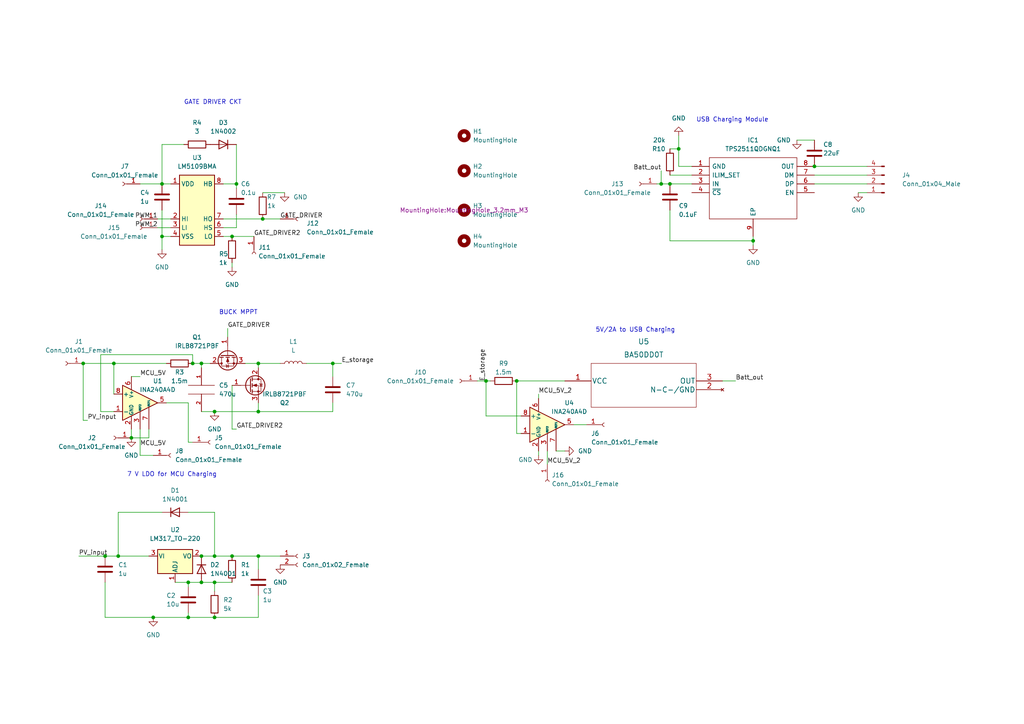
<source format=kicad_sch>
(kicad_sch (version 20211123) (generator eeschema)
  (paper "A4")
  (lib_symbols
    (symbol "Amplifier_Current:INA240A4D" (pin_names (offset 0.127))
      (property "Reference" "U" (at 3.81 3.81 0))
      (property "Value" "INA240A4D" (at 3.81 -2.54 0))
      (symbol "INA240A4D_0_1"
        (polyline (pts (xy 5.08 0) (xy -5.08 5.08) (xy -5.08 -5.08) (xy 5.08 0)) (stroke (width 0.254)) (fill (type background)))
      )
      (symbol "INA240A4D_1_1"
        (pin input line (at -7.62 -2.54 0) (length 2.54) (name "-") (number "1"))
        (pin power_in line (at -2.54 -7.62 90) (length 3.81) (name "GND") (number "2"))
        (pin passive line (at 0 -7.62 90) (length 5.08) (name "REF2") (number "3"))
        (pin passive line (at -2.54 -7.62 90) (length 3.81) hide (name "GND") (number "4"))
        (pin output line (at 7.62 0 180) (length 2.54) (name "~") (number "5"))
        (pin power_in line (at -2.54 7.62 270) (length 3.81) (name "V+") (number "6"))
        (pin passive line (at 2.54 -7.62 90) (length 6.35) (name "REF1") (number "7"))
        (pin input line (at -7.62 2.54 0) (length 2.54) (name "+") (number "8"))
      )
    )
    (symbol "BA50DD0T-ND:BA50DD0T" (pin_names (offset 0.254))
      (property "Reference" "U" (at 22.86 10.16 0))
      (property "Value" "BA50DD0T" (at 22.86 7.62 0))
      (symbol "BA50DD0T_1_1"
        (polyline (pts (xy 7.62 -7.62) (xy 38.1 -7.62)) (stroke (width 0.127)))
        (polyline (pts (xy 7.62 5.08) (xy 7.62 -7.62)) (stroke (width 0.127)))
        (polyline (pts (xy 38.1 -7.62) (xy 38.1 5.08)) (stroke (width 0.127)))
        (polyline (pts (xy 38.1 5.08) (xy 7.62 5.08)) (stroke (width 0.127)))
        (pin power_in line (at 0 0 0) (length 7.62) (name "VCC") (number "1"))
        (pin no_connect line (at 45.72 -2.54 180) (length 7.62) (name "N-C-/GND") (number "2"))
        (pin output line (at 45.72 0 180) (length 7.62) (name "OUT") (number "3"))
      )
    )
    (symbol "Connector:Conn_01x01_Female" (pin_names (offset 1.016) hide)
      (property "Reference" "J" (at 0 2.54 0))
      (property "Value" "Conn_01x01_Female" (at 0 -2.54 0))
      (symbol "Conn_01x01_Female_1_1"
        (polyline (pts (xy -1.27 0) (xy -0.508 0)) (stroke (width 0.1524)))
        (arc (start 0 0.508) (mid -0.508 0) (end 0 -0.508) (stroke (width 0.1524)))
        (pin passive line (at -5.08 0 0) (length 3.81) (name "Pin_1") (number "1"))
      )
    )
    (symbol "Connector:Conn_01x02_Female" (pin_names (offset 1.016) hide)
      (property "Reference" "J" (at 0 2.54 0))
      (property "Value" "Conn_01x02_Female" (at 0 -5.08 0))
      (symbol "Conn_01x02_Female_1_1"
        (arc (start 0 -2.032) (mid -0.508 -2.54) (end 0 -3.048) (stroke (width 0.1524)))
        (polyline (pts (xy -1.27 -2.54) (xy -0.508 -2.54)) (stroke (width 0.1524)))
        (polyline (pts (xy -1.27 0) (xy -0.508 0)) (stroke (width 0.1524)))
        (arc (start 0 0.508) (mid -0.508 0) (end 0 -0.508) (stroke (width 0.1524)))
        (pin passive line (at -5.08 0 0) (length 3.81) (name "Pin_1") (number "1"))
        (pin passive line (at -5.08 -2.54 0) (length 3.81) (name "Pin_2") (number "2"))
      )
    )
    (symbol "Connector:Conn_01x04_Male" (pin_names (offset 1.016) hide)
      (property "Reference" "J" (at 0 5.08 0))
      (property "Value" "Conn_01x04_Male" (at 0 -7.62 0))
      (symbol "Conn_01x04_Male_1_1"
        (polyline (pts (xy 1.27 -5.08) (xy 0.8636 -5.08)) (stroke (width 0.1524)))
        (polyline (pts (xy 1.27 -2.54) (xy 0.8636 -2.54)) (stroke (width 0.1524)))
        (polyline (pts (xy 1.27 0) (xy 0.8636 0)) (stroke (width 0.1524)))
        (polyline (pts (xy 1.27 2.54) (xy 0.8636 2.54)) (stroke (width 0.1524)))
        (rectangle (start 0.8636 -4.953) (end 0 -5.207) (stroke (width 0.1524)) (fill (type outline)))
        (rectangle (start 0.8636 -2.413) (end 0 -2.667) (stroke (width 0.1524)) (fill (type outline)))
        (rectangle (start 0.8636 0.127) (end 0 -0.127) (stroke (width 0.1524)) (fill (type outline)))
        (rectangle (start 0.8636 2.667) (end 0 2.413) (stroke (width 0.1524)) (fill (type outline)))
        (pin passive line (at 5.08 2.54 180) (length 3.81) (name "Pin_1") (number "1"))
        (pin passive line (at 5.08 0 180) (length 3.81) (name "Pin_2") (number "2"))
        (pin passive line (at 5.08 -2.54 180) (length 3.81) (name "Pin_3") (number "3"))
        (pin passive line (at 5.08 -5.08 180) (length 3.81) (name "Pin_4") (number "4"))
      )
    )
    (symbol "Device:C" (pin_numbers hide) (pin_names (offset 0.254))
      (property "Reference" "C" (at 0.635 2.54 0))
      (property "Value" "C" (at 0.635 -2.54 0))
      (symbol "C_0_1"
        (polyline (pts (xy -2.032 -0.762) (xy 2.032 -0.762)) (stroke (width 0.508)))
        (polyline (pts (xy -2.032 0.762) (xy 2.032 0.762)) (stroke (width 0.508)))
      )
      (symbol "C_1_1"
        (pin passive line (at 0 3.81 270) (length 2.794) (name "~") (number "1"))
        (pin passive line (at 0 -3.81 90) (length 2.794) (name "~") (number "2"))
      )
    )
    (symbol "Device:L" (pin_numbers hide) (pin_names (offset 1.016) hide)
      (property "Reference" "L" (at -1.27 0 90))
      (property "Value" "L" (at 1.905 0 90))
      (symbol "L_0_1"
        (arc (start 0 -2.54) (mid 0.635 -1.905) (end 0 -1.27))
        (arc (start 0 -1.27) (mid 0.635 -0.635) (end 0 0))
        (arc (start 0 0) (mid 0.635 0.635) (end 0 1.27))
        (arc (start 0 1.27) (mid 0.635 1.905) (end 0 2.54))
      )
      (symbol "L_1_1"
        (pin passive line (at 0 3.81 270) (length 1.27) (name "1") (number "1"))
        (pin passive line (at 0 -3.81 90) (length 1.27) (name "2") (number "2"))
      )
    )
    (symbol "Device:R" (pin_numbers hide) (pin_names (offset 0))
      (property "Reference" "R" (at 2.032 0 90))
      (property "Value" "R" (at 0 0 90))
      (symbol "R_0_1"
        (rectangle (start -1.016 -2.54) (end 1.016 2.54) (stroke (width 0.254)))
      )
      (symbol "R_1_1"
        (pin passive line (at 0 3.81 270) (length 1.27) (name "~") (number "1"))
        (pin passive line (at 0 -3.81 90) (length 1.27) (name "~") (number "2"))
      )
    )
    (symbol "Diode:1N4001" (pin_numbers hide) (pin_names (offset 1.016) hide)
      (property "Reference" "D" (at 0 2.54 0))
      (property "Value" "1N4001" (at 0 -2.54 0))
      (symbol "1N4001_0_1"
        (polyline (pts (xy -1.27 1.27) (xy -1.27 -1.27)) (stroke (width 0.254)))
        (polyline (pts (xy 1.27 0) (xy -1.27 0)))
        (polyline (pts (xy 1.27 1.27) (xy 1.27 -1.27) (xy -1.27 0) (xy 1.27 1.27)) (stroke (width 0.254)))
      )
      (symbol "1N4001_1_1"
        (pin passive line (at -3.81 0 0) (length 2.54) (name "K") (number "1"))
        (pin passive line (at 3.81 0 180) (length 2.54) (name "A") (number "2"))
      )
    )
    (symbol "Diode:1N4002" (pin_numbers hide) (pin_names (offset 1.016) hide)
      (property "Reference" "D" (at 0 2.54 0))
      (property "Value" "1N4002" (at 0 -2.54 0))
      (symbol "1N4002_0_1"
        (polyline (pts (xy -1.27 1.27) (xy -1.27 -1.27)) (stroke (width 0.254)))
        (polyline (pts (xy 1.27 0) (xy -1.27 0)))
        (polyline (pts (xy 1.27 1.27) (xy 1.27 -1.27) (xy -1.27 0) (xy 1.27 1.27)) (stroke (width 0.254)))
      )
      (symbol "1N4002_1_1"
        (pin passive line (at -3.81 0 0) (length 2.54) (name "K") (number "1"))
        (pin passive line (at 3.81 0 180) (length 2.54) (name "A") (number "2"))
      )
    )
    (symbol "Driver_FET:LM5109BMA"
      (property "Reference" "U" (at 0 13.97 0))
      (property "Value" "LM5109BMA" (at 0 11.43 0))
      (symbol "LM5109BMA_0_1"
        (rectangle (start -5.08 -10.16) (end 5.08 10.16) (stroke (width 0.254)) (fill (type background)))
      )
      (symbol "LM5109BMA_1_1"
        (pin power_in line (at -7.62 7.62 0) (length 2.54) (name "VDD") (number "1"))
        (pin input line (at -7.62 -2.54 0) (length 2.54) (name "HI") (number "2"))
        (pin input line (at -7.62 -5.08 0) (length 2.54) (name "LI") (number "3"))
        (pin power_in line (at -7.62 -7.62 0) (length 2.54) (name "VSS") (number "4"))
        (pin output line (at 7.62 -7.62 180) (length 2.54) (name "LO") (number "5"))
        (pin passive line (at 7.62 -5.08 180) (length 2.54) (name "HS") (number "6"))
        (pin output line (at 7.62 -2.54 180) (length 2.54) (name "HO") (number "7"))
        (pin passive line (at 7.62 7.62 180) (length 2.54) (name "HB") (number "8"))
      )
    )
    (symbol "Mechanical:MountingHole" (pin_names (offset 1.016))
      (property "Reference" "H" (at 0 5.08 0))
      (property "Value" "MountingHole" (at 0 3.175 0))
      (symbol "MountingHole_0_1"
        (circle (center 0 0) (radius 1.27) (stroke (width 1.27)))
      )
    )
    (symbol "Regulator_Linear:LM317_TO-220" (pin_names (offset 0.254))
      (property "Reference" "U" (at -3.81 3.175 0))
      (property "Value" "LM317_TO-220" (at 0 3.175 0))
      (symbol "LM317_TO-220_0_1"
        (rectangle (start -5.08 1.905) (end 5.08 -5.08) (stroke (width 0.254)) (fill (type background)))
      )
      (symbol "LM317_TO-220_1_1"
        (pin input line (at 0 -7.62 90) (length 2.54) (name "ADJ") (number "1"))
        (pin power_out line (at 7.62 0 180) (length 2.54) (name "VO") (number "2"))
        (pin power_in line (at -7.62 0 0) (length 2.54) (name "VI") (number "3"))
      )
    )
    (symbol "SamacSys_Parts:TPS2511QDGNQ1" (pin_names (offset 0.762))
      (property "Reference" "IC" (at 31.75 7.62 0))
      (property "Value" "TPS2511QDGNQ1" (at 31.75 5.08 0))
      (symbol "TPS2511QDGNQ1_0_0"
        (pin passive line (at 0 0 0) (length 5.08) (name "GND") (number "1"))
        (pin passive line (at 0 -2.54 0) (length 5.08) (name "ILIM_SET") (number "2"))
        (pin passive line (at 0 -5.08 0) (length 5.08) (name "IN") (number "3"))
        (pin passive line (at 0 -7.62 0) (length 5.08) (name "~{CS}") (number "4"))
        (pin passive line (at 35.56 -7.62 180) (length 5.08) (name "EN") (number "5"))
        (pin passive line (at 35.56 -5.08 180) (length 5.08) (name "DP") (number "6"))
        (pin passive line (at 35.56 -2.54 180) (length 5.08) (name "DM") (number "7"))
        (pin passive line (at 35.56 0 180) (length 5.08) (name "OUT") (number "8"))
        (pin passive line (at 17.78 -20.32 90) (length 5.08) (name "EP") (number "9"))
      )
      (symbol "TPS2511QDGNQ1_0_1"
        (polyline (pts (xy 5.08 2.54) (xy 30.48 2.54) (xy 30.48 -15.24) (xy 5.08 -15.24) (xy 5.08 2.54)) (stroke (width 0.1524)))
      )
    )
    (symbol "Transistor_FET:IRLB8721PBF" (pin_names hide)
      (property "Reference" "Q" (at 6.35 1.905 0))
      (property "Value" "IRLB8721PBF" (at 6.35 0 0))
      (symbol "IRLB8721PBF_0_1"
        (polyline (pts (xy 0.254 0) (xy -2.54 0)))
        (polyline (pts (xy 0.254 1.905) (xy 0.254 -1.905)) (stroke (width 0.254)))
        (polyline (pts (xy 0.762 -1.27) (xy 0.762 -2.286)) (stroke (width 0.254)))
        (polyline (pts (xy 0.762 0.508) (xy 0.762 -0.508)) (stroke (width 0.254)))
        (polyline (pts (xy 0.762 2.286) (xy 0.762 1.27)) (stroke (width 0.254)))
        (polyline (pts (xy 2.54 2.54) (xy 2.54 1.778)))
        (polyline (pts (xy 2.54 -2.54) (xy 2.54 0) (xy 0.762 0)))
        (polyline (pts (xy 0.762 -1.778) (xy 3.302 -1.778) (xy 3.302 1.778) (xy 0.762 1.778)))
        (polyline (pts (xy 1.016 0) (xy 2.032 0.381) (xy 2.032 -0.381) (xy 1.016 0)) (fill (type outline)))
        (polyline (pts (xy 2.794 0.508) (xy 2.921 0.381) (xy 3.683 0.381) (xy 3.81 0.254)))
        (polyline (pts (xy 3.302 0.381) (xy 2.921 -0.254) (xy 3.683 -0.254) (xy 3.302 0.381)))
        (circle (center 1.651 0) (radius 2.794) (stroke (width 0.254)))
        (circle (center 2.54 -1.778) (radius 0.254) (fill (type outline)))
        (circle (center 2.54 1.778) (radius 0.254) (fill (type outline)))
      )
      (symbol "IRLB8721PBF_1_1"
        (pin input line (at -5.08 0 0) (length 2.54) (name "G") (number "1"))
        (pin passive line (at 2.54 5.08 270) (length 2.54) (name "D") (number "2"))
        (pin passive line (at 2.54 -5.08 90) (length 2.54) (name "S") (number "3"))
      )
    )
    (symbol "power:GND" (power) (pin_names (offset 0))
      (property "Value" "GND" (at 0 -3.81 0))
      (symbol "GND_0_1"
        (polyline (pts (xy 0 0) (xy 0 -1.27) (xy 1.27 -1.27) (xy 0 -2.54) (xy -1.27 -1.27) (xy 0 -1.27)))
      )
      (symbol "GND_1_1"
        (pin power_in line (at 0 0 270) (length 0) hide (name "GND") (number "1"))
      )
    )
    (symbol "pspice:C" (pin_names (offset 0.254))
      (property "Reference" "C" (at 2.54 3.81 90))
      (property "Value" "C" (at 2.54 -3.81 90))
      (symbol "C_0_1"
        (polyline (pts (xy -3.81 -1.27) (xy 3.81 -1.27)))
        (polyline (pts (xy -3.81 1.27) (xy 3.81 1.27)))
      )
      (symbol "C_1_1"
        (pin passive line (at 0 6.35 270) (length 5.08) (name "~") (number "1"))
        (pin passive line (at 0 -6.35 90) (length 5.08) (name "~") (number "2"))
      )
    )
  )
  (junction (at 54.61 168.91))
  (junction (at 54.61 179.07))
  (junction (at 67.31 161.29))
  (junction (at 62.23 168.91))
  (junction (at 62.23 119.38))
  (junction (at 55.88 105.41))
  (junction (at 140.97 110.49))
  (junction (at 67.31 68.58))
  (junction (at 76.2 63.5))
  (junction (at 34.29 161.29))
  (junction (at 74.93 161.29))
  (junction (at 191.77 53.34))
  (junction (at 58.42 161.29))
  (junction (at 38.1 127))
  (junction (at 62.23 179.07))
  (junction (at 33.02 105.41))
  (junction (at 30.48 161.29))
  (junction (at 194.31 53.34))
  (junction (at 46.99 68.58))
  (junction (at 74.93 105.41))
  (junction (at 58.42 168.91))
  (junction (at 74.93 119.38))
  (junction (at 196.85 43.18))
  (junction (at 149.86 110.49))
  (junction (at 218.44 69.85))
  (junction (at 46.99 53.34))
  (junction (at 44.45 179.07))
  (junction (at 96.52 105.41))
  (junction (at 58.42 105.41))
  (junction (at 24.13 105.41))
  (junction (at 68.58 53.34))
  (junction (at 236.22 48.26))
  (junction (at 62.23 161.29))
  (wire (pts (xy 58.42 161.29) (xy 62.23 161.29)))
  (wire (pts (xy 45.72 66.04) (xy 49.53 66.04)))
  (wire (pts (xy 74.93 116.84) (xy 74.93 119.38)))
  (wire (pts (xy 24.13 105.41) (xy 33.02 105.41)))
  (wire (pts (xy 196.85 48.26) (xy 200.66 48.26)))
  (wire (pts (xy 67.31 161.29) (xy 74.93 161.29)))
  (wire (pts (xy 218.44 69.85) (xy 218.44 71.12)))
  (wire (pts (xy 58.42 105.41) (xy 60.96 105.41)))
  (wire (pts (xy 158.75 130.81) (xy 158.75 134.62)))
  (wire (pts (xy 54.61 168.91) (xy 54.61 170.18)))
  (wire (pts (xy 68.58 66.04) (xy 68.58 62.23)))
  (wire (pts (xy 46.99 41.91) (xy 53.34 41.91)))
  (wire (pts (xy 166.37 123.19) (xy 170.18 123.19)))
  (wire (pts (xy 194.31 43.18) (xy 196.85 43.18)))
  (wire (pts (xy 66.04 95.25) (xy 66.04 97.79)))
  (wire (pts (xy 194.31 69.85) (xy 218.44 69.85)))
  (wire (pts (xy 54.61 148.59) (xy 62.23 148.59)))
  (wire (pts (xy 46.99 53.34) (xy 49.53 53.34)))
  (wire (pts (xy 62.23 119.38) (xy 74.93 119.38)))
  (wire (pts (xy 76.2 55.88) (xy 82.55 55.88)))
  (wire (pts (xy 194.31 60.96) (xy 194.31 69.85)))
  (wire (pts (xy 67.31 111.76) (xy 67.31 124.46)))
  (wire (pts (xy 248.92 55.88) (xy 251.46 55.88)))
  (wire (pts (xy 30.48 168.91) (xy 30.48 179.07)))
  (wire (pts (xy 45.72 63.5) (xy 49.53 63.5)))
  (wire (pts (xy 54.61 179.07) (xy 62.23 179.07)))
  (wire (pts (xy 46.99 68.58) (xy 49.53 68.58)))
  (wire (pts (xy 96.52 116.84) (xy 96.52 119.38)))
  (wire (pts (xy 156.21 114.3) (xy 156.21 115.57)))
  (wire (pts (xy 40.64 53.34) (xy 46.99 53.34)))
  (wire (pts (xy 140.97 110.49) (xy 140.97 120.65)))
  (wire (pts (xy 64.77 68.58) (xy 67.31 68.58)))
  (wire (pts (xy 24.13 121.92) (xy 25.4 121.92)))
  (wire (pts (xy 67.31 168.91) (xy 62.23 168.91)))
  (wire (pts (xy 71.12 105.41) (xy 74.93 105.41)))
  (wire (pts (xy 55.88 102.87) (xy 55.88 105.41)))
  (wire (pts (xy 40.64 132.08) (xy 44.45 132.08)))
  (wire (pts (xy 22.86 161.29) (xy 30.48 161.29)))
  (wire (pts (xy 30.48 179.07) (xy 44.45 179.07)))
  (wire (pts (xy 236.22 53.34) (xy 251.46 53.34)))
  (wire (pts (xy 34.29 148.59) (xy 34.29 161.29)))
  (wire (pts (xy 38.1 124.46) (xy 38.1 127)))
  (wire (pts (xy 161.29 130.81) (xy 163.83 130.81)))
  (wire (pts (xy 88.9 105.41) (xy 96.52 105.41)))
  (wire (pts (xy 68.58 53.34) (xy 64.77 53.34)))
  (wire (pts (xy 46.99 60.96) (xy 46.99 68.58)))
  (wire (pts (xy 58.42 106.68) (xy 58.42 105.41)))
  (wire (pts (xy 190.5 53.34) (xy 191.77 53.34)))
  (wire (pts (xy 149.86 110.49) (xy 163.83 110.49)))
  (wire (pts (xy 74.93 161.29) (xy 81.28 161.29)))
  (wire (pts (xy 156.21 130.81) (xy 156.21 132.08)))
  (wire (pts (xy 48.26 116.84) (xy 54.61 116.84)))
  (wire (pts (xy 58.42 168.91) (xy 62.23 168.91)))
  (wire (pts (xy 62.23 179.07) (xy 74.93 179.07)))
  (wire (pts (xy 149.86 110.49) (xy 149.86 125.73)))
  (wire (pts (xy 54.61 128.27) (xy 55.88 128.27)))
  (wire (pts (xy 54.61 168.91) (xy 58.42 168.91)))
  (wire (pts (xy 29.21 102.87) (xy 55.88 102.87)))
  (wire (pts (xy 194.31 50.8) (xy 200.66 50.8)))
  (wire (pts (xy 74.93 105.41) (xy 81.28 105.41)))
  (wire (pts (xy 236.22 48.26) (xy 251.46 48.26)))
  (wire (pts (xy 24.13 105.41) (xy 24.13 121.92)))
  (wire (pts (xy 76.2 63.5) (xy 81.28 63.5)))
  (wire (pts (xy 194.31 53.34) (xy 200.66 53.34)))
  (wire (pts (xy 46.99 68.58) (xy 46.99 72.39)))
  (wire (pts (xy 74.93 172.72) (xy 74.93 179.07)))
  (wire (pts (xy 196.85 39.37) (xy 196.85 43.18)))
  (wire (pts (xy 54.61 116.84) (xy 54.61 128.27)))
  (wire (pts (xy 140.97 120.65) (xy 151.13 120.65)))
  (wire (pts (xy 96.52 105.41) (xy 99.06 105.41)))
  (wire (pts (xy 62.23 148.59) (xy 62.23 161.29)))
  (wire (pts (xy 33.02 119.38) (xy 29.21 119.38)))
  (wire (pts (xy 138.43 110.49) (xy 140.97 110.49)))
  (wire (pts (xy 191.77 49.53) (xy 191.77 53.34)))
  (wire (pts (xy 140.97 110.49) (xy 142.24 110.49)))
  (wire (pts (xy 231.14 40.64) (xy 236.22 40.64)))
  (wire (pts (xy 43.18 127) (xy 43.18 124.46)))
  (wire (pts (xy 38.1 127) (xy 43.18 127)))
  (wire (pts (xy 30.48 161.29) (xy 34.29 161.29)))
  (wire (pts (xy 67.31 161.29) (xy 62.23 161.29)))
  (wire (pts (xy 74.93 161.29) (xy 74.93 165.1)))
  (wire (pts (xy 40.64 124.46) (xy 40.64 132.08)))
  (wire (pts (xy 64.77 63.5) (xy 76.2 63.5)))
  (wire (pts (xy 67.31 68.58) (xy 73.66 68.58)))
  (wire (pts (xy 54.61 177.8) (xy 54.61 179.07)))
  (wire (pts (xy 67.31 76.2) (xy 67.31 77.47)))
  (wire (pts (xy 46.99 148.59) (xy 34.29 148.59)))
  (wire (pts (xy 218.44 68.58) (xy 218.44 69.85)))
  (wire (pts (xy 62.23 168.91) (xy 62.23 171.45)))
  (wire (pts (xy 74.93 105.41) (xy 74.93 106.68)))
  (wire (pts (xy 33.02 105.41) (xy 48.26 105.41)))
  (wire (pts (xy 96.52 105.41) (xy 96.52 109.22)))
  (wire (pts (xy 68.58 41.91) (xy 68.58 53.34)))
  (wire (pts (xy 46.99 53.34) (xy 46.99 41.91)))
  (wire (pts (xy 191.77 53.34) (xy 194.31 53.34)))
  (wire (pts (xy 33.02 105.41) (xy 33.02 114.3)))
  (wire (pts (xy 58.42 119.38) (xy 62.23 119.38)))
  (wire (pts (xy 67.31 124.46) (xy 68.58 124.46)))
  (wire (pts (xy 64.77 66.04) (xy 68.58 66.04)))
  (wire (pts (xy 209.55 110.49) (xy 213.36 110.49)))
  (wire (pts (xy 44.45 179.07) (xy 54.61 179.07)))
  (wire (pts (xy 196.85 43.18) (xy 196.85 48.26)))
  (wire (pts (xy 38.1 109.22) (xy 40.64 109.22)))
  (wire (pts (xy 236.22 50.8) (xy 251.46 50.8)))
  (wire (pts (xy 34.29 161.29) (xy 43.18 161.29)))
  (wire (pts (xy 149.86 125.73) (xy 151.13 125.73)))
  (wire (pts (xy 50.8 168.91) (xy 54.61 168.91)))
  (wire (pts (xy 55.88 105.41) (xy 58.42 105.41)))
  (wire (pts (xy 29.21 119.38) (xy 29.21 102.87)))
  (wire (pts (xy 68.58 53.34) (xy 68.58 54.61)))
  (wire (pts (xy 74.93 119.38) (xy 96.52 119.38)))
  (text "BUCK MPPT\n" (at 63.5 91.44 0) (effects (font (size 1.27 1.27)) (justify left bottom)))
  (text "5V/2A to USB Charging\n" (at 172.72 96.52 0) (effects (font (size 1.27 1.27)) (justify left bottom)))
  (text "GATE DRIVER CKT\n" (at 53.34 30.48 0) (effects (font (size 1.27 1.27)) (justify left bottom)))
  (text "7 V LDO for MCU Charging\n" (at 36.83 138.43 0) (effects (font (size 1.27 1.27)) (justify left bottom)))
  (text "USB Charging Module" (at 201.93 35.56 0) (effects (font (size 1.27 1.27)) (justify left bottom)))
  (label "PV_input" (at 25.4 121.92 0))
  (label "PV_input" (at 22.86 161.29 0))
  (label "GATE_DRIVER2" (at 73.66 68.58 0))
  (label "PWM_1" (at 45.72 63.5 180))
  (label "GATE_DRIVER2" (at 68.58 124.46 0))
  (label "GATE_DRIVER" (at 66.04 95.25 0))
  (label "MCU_5V" (at 40.64 109.22 0))
  (label "MCU_5V_2" (at 156.21 114.3 0))
  (label "PWM_2" (at 45.72 66.04 180))
  (label "E_storage" (at 99.06 105.41 0))
  (label "Batt_out" (at 191.77 49.53 180))
  (label "Batt_out" (at 213.36 110.49 0))
  (label "E_storage" (at 140.97 110.49 90))
  (label "GATE_DRIVER" (at 81.28 63.5 0))
  (label "MCU_5V_2" (at 158.75 134.62 0))
  (label "MCU_5V" (at 40.64 129.54 0))
  (symbol (lib_id "Connector:Conn_01x01_Female") (at 73.66 73.66 270) (unit 1)
    (property "Reference" "J11" (at 74.93 71.7549 90) (effects (justify left)))
    (property "Value" "Conn_01x01_Female" (at 74.93 74.2949 90) (effects (justify left)))
    (property "Footprint" "Connector_Pin:Pin_D1.0mm_L10.0mm" (effects hide))
  )
  (symbol (lib_id "power:GND") (at 156.21 132.08 0) (unit 1)
    (property "Reference" "#PWR0110" (effects hide))
    (property "Value" "GND" (at 152.4 133.35 0))
  )
  (symbol (lib_id "power:GND") (at 248.92 55.88 0) (unit 1)
    (property "Reference" "#PWR0114" (effects hide))
    (property "Value" "GND" (at 248.92 60.96 0))
  )
  (symbol (lib_id "Device:C") (at 30.48 165.1 0) (unit 1)
    (property "Reference" "C1" (at 34.29 163.8299 0) (effects (justify left)))
    (property "Value" "1u" (at 34.29 166.3699 0) (effects (justify left)))
    (property "Footprint" "Capacitor_SMD:C_0805_2012Metric_Pad1.18x1.45mm_HandSolder" (effects hide))
  )
  (symbol (lib_id "power:GND") (at 67.31 77.47 0) (unit 1)
    (property "Reference" "#PWR0103" (effects hide))
    (property "Value" "GND" (at 67.31 82.55 0))
  )
  (symbol (lib_id "Mechanical:MountingHole") (at 134.62 49.53 0) (unit 1)
    (property "Reference" "H2" (at 137.16 48.2599 0) (effects (justify left)))
    (property "Value" "MountingHole" (at 137.16 50.7999 0) (effects (justify left)))
    (property "Footprint" "MountingHole:MountingHole_3.2mm_M3" (effects hide))
  )
  (symbol (lib_id "Amplifier_Current:INA240A4D") (at 158.75 123.19 0) (unit 1)
    (property "Reference" "U4" (at 165.1 116.84 0))
    (property "Value" "INA240A4D" (at 165.1 119.38 0))
    (property "Footprint" "Package_SO:SOIC-8_3.9x4.9mm_P1.27mm" (effects hide))
    (property "Datasheet" "http://www.ti.com/lit/ds/symlink/ina240.pdf" (effects hide))
  )
  (symbol (lib_id "SamacSys_Parts:TPS2511QDGNQ1") (at 200.66 48.26 0) (unit 1)
    (property "Reference" "IC1" (at 218.44 40.64 0))
    (property "Value" "TPS2511QDGNQ1" (at 218.44 43.18 0))
    (property "Footprint" "SamacSys_Parts:SOP65P490X110-9N" (effects hide))
    (property "Datasheet" "http://www.ti.com/lit/gpn/TPS2511-Q1" (effects hide))
    (property "Description" "Automotive Catalog USB Dedicated Charging Port Controller and Current Limiting Power Switch" (effects hide))
    (property "Height" "1.1" (effects hide))
    (property "Mouser Part Number" "595-TPS2511QDGNQ1" (effects hide))
    (property "Mouser Price/Stock" "https://www.mouser.co.uk/ProductDetail/Texas-Instruments/TPS2511QDGNQ1?qs=7GxONfNUZSiCPW6dTz32bA%3D%3D" (effects hide))
    (property "Manufacturer_Name" "Texas Instruments" (effects hide))
    (property "Manufacturer_Part_Number" "TPS2511QDGNQ1" (effects hide))
  )
  (symbol (lib_id "Device:R") (at 194.31 46.99 180) (unit 1)
    (property "Reference" "R10" (at 193.04 43.18 0) (effects (justify left)))
    (property "Value" "20k" (at 193.04 40.64 0) (effects (justify left)))
    (property "Footprint" "Resistor_THT:R_Axial_DIN0207_L6.3mm_D2.5mm_P10.16mm_Horizontal" (effects hide))
  )
  (symbol (lib_id "Device:C") (at 96.52 113.03 0) (unit 1)
    (property "Reference" "C7" (at 100.33 111.7599 0) (effects (justify left)))
    (property "Value" "470u" (at 100.33 114.2999 0) (effects (justify left)))
    (property "Footprint" "Capacitor_THT:CP_Radial_D10.0mm_P5.00mm" (effects hide))
  )
  (symbol (lib_id "Connector:Conn_01x01_Female") (at 158.75 139.7 270) (unit 1)
    (property "Reference" "J16" (at 160.02 137.7949 90) (effects (justify left)))
    (property "Value" "Conn_01x01_Female" (at 160.02 140.3349 90) (effects (justify left)))
    (property "Footprint" "Connector_Pin:Pin_D1.0mm_L10.0mm" (effects hide))
  )
  (symbol (lib_id "Device:C") (at 236.22 44.45 0) (unit 1)
    (property "Reference" "C8" (at 238.76 41.91 0) (effects (justify left)))
    (property "Value" "22uF" (at 238.76 44.45 0) (effects (justify left)))
    (property "Footprint" "Capacitor_THT:CP_Radial_D8.0mm_P5.00mm" (effects hide))
  )
  (symbol (lib_id "Device:R") (at 67.31 72.39 0) (unit 1)
    (property "Reference" "R5" (at 63.5 73.66 0) (effects (justify left)))
    (property "Value" "1k" (at 63.5 76.2 0) (effects (justify left)))
    (property "Footprint" "Resistor_SMD:R_0805_2012Metric_Pad1.20x1.40mm_HandSolder" (effects hide))
  )
  (symbol (lib_id "Mechanical:MountingHole") (at 134.62 39.37 0) (unit 1)
    (property "Reference" "H1" (at 137.16 38.0999 0) (effects (justify left)))
    (property "Value" "MountingHole" (at 137.16 40.6399 0) (effects (justify left)))
    (property "Footprint" "MountingHole:MountingHole_3.2mm_M3" (effects hide))
  )
  (symbol (lib_id "Device:R") (at 57.15 41.91 90) (unit 1)
    (property "Reference" "R4" (at 57.15 35.56 90))
    (property "Value" "3" (at 57.15 38.1 90))
    (property "Footprint" "Resistor_SMD:R_2010_5025Metric_Pad1.40x2.65mm_HandSolder" (effects hide))
  )
  (symbol (lib_id "Transistor_FET:IRLB8721PBF") (at 72.39 111.76 0) (unit 1)
    (property "Reference" "Q2" (at 82.55 116.84 0))
    (property "Value" "IRLB8721PBF" (at 82.55 114.3 0))
    (property "Footprint" "Package_TO_SOT_THT:TO-220-3_Vertical" (effects hide))
    (property "Datasheet" "http://www.infineon.com/dgdl/irlb8721pbf.pdf?fileId=5546d462533600a40153566056732591" (effects hide))
  )
  (symbol (lib_id "Connector:Conn_01x01_Female") (at 40.64 66.04 180) (unit 1)
    (property "Reference" "J15" (at 33.02 66.04 0))
    (property "Value" "Conn_01x01_Female" (at 33.02 68.58 0))
    (property "Footprint" "Connector_Pin:Pin_D1.0mm_L10.0mm" (effects hide))
  )
  (symbol (lib_id "Connector:Conn_01x01_Female") (at 19.05 105.41 180) (unit 1)
    (property "Reference" "J1" (at 22.86 99.06 0))
    (property "Value" "Conn_01x01_Female" (at 22.86 101.6 0))
    (property "Footprint" "Connector:Banana_Jack_1Pin" (effects hide))
  )
  (symbol (lib_id "Regulator_Linear:LM317_TO-220") (at 50.8 161.29 0) (unit 1)
    (property "Reference" "U2" (at 50.8 153.67 0))
    (property "Value" "LM317_TO-220" (at 50.8 156.21 0))
    (property "Footprint" "Package_TO_SOT_THT:TO-220-3_Vertical" (effects hide))
    (property "Datasheet" "http://www.ti.com/lit/ds/symlink/lm317.pdf" (effects hide))
  )
  (symbol (lib_id "Connector:Conn_01x01_Female") (at 49.53 132.08 0) (unit 1)
    (property "Reference" "J8" (at 50.8 130.8099 0) (effects (justify left)))
    (property "Value" "Conn_01x01_Female" (at 50.8 133.3499 0) (effects (justify left)))
    (property "Footprint" "Connector_Pin:Pin_D1.0mm_L10.0mm" (effects hide))
  )
  (symbol (lib_id "power:GND") (at 44.45 179.07 0) (unit 1)
    (property "Reference" "#PWR0101" (effects hide))
    (property "Value" "GND" (at 44.45 184.15 0))
  )
  (symbol (lib_id "Device:R") (at 146.05 110.49 90) (unit 1)
    (property "Reference" "R9" (at 146.05 105.41 90))
    (property "Value" "1.5m" (at 146.05 107.95 90))
    (property "Footprint" "Resistor_SMD:R_2512_6332Metric_Pad1.40x3.35mm_HandSolder" (effects hide))
  )
  (symbol (lib_id "power:GND") (at 46.99 72.39 0) (unit 1)
    (property "Reference" "#PWR0111" (effects hide))
    (property "Value" "GND" (at 46.99 77.47 0))
  )
  (symbol (lib_id "Diode:1N4002") (at 64.77 41.91 180) (unit 1)
    (property "Reference" "D3" (at 64.77 35.56 0))
    (property "Value" "1N4002" (at 64.77 38.1 0))
    (property "Footprint" "Diode_THT:D_DO-41_SOD81_P10.16mm_Horizontal" (effects hide))
    (property "Datasheet" "http://www.vishay.com/docs/88503/1n4001.pdf" (effects hide))
  )
  (symbol (lib_id "Diode:1N4001") (at 58.42 165.1 270) (unit 1)
    (property "Reference" "D2" (at 60.96 163.8299 90) (effects (justify left)))
    (property "Value" "1N4001" (at 60.96 166.3699 90) (effects (justify left)))
    (property "Footprint" "Diode_THT:D_DO-41_SOD81_P10.16mm_Horizontal" (effects hide))
    (property "Datasheet" "http://www.vishay.com/docs/88503/1n4001.pdf" (effects hide))
  )
  (symbol (lib_id "power:GND") (at 218.44 71.12 0) (unit 1)
    (property "Reference" "#PWR0113" (effects hide))
    (property "Value" "GND" (at 218.44 76.2 0))
  )
  (symbol (lib_id "power:GND") (at 81.28 163.83 0) (unit 1)
    (property "Reference" "#PWR0115" (effects hide))
    (property "Value" "GND" (at 81.28 168.91 0))
  )
  (symbol (lib_id "Device:R") (at 62.23 175.26 0) (unit 1)
    (property "Reference" "R2" (at 64.77 173.9899 0) (effects (justify left)))
    (property "Value" "5k" (at 64.77 176.5299 0) (effects (justify left)))
    (property "Footprint" "Resistor_THT:R_Axial_DIN0617_L17.0mm_D6.0mm_P20.32mm_Horizontal" (effects hide))
  )
  (symbol (lib_id "power:GND") (at 196.85 39.37 180) (unit 1)
    (property "Reference" "#PWR0107" (effects hide))
    (property "Value" "GND" (at 196.85 34.29 0))
  )
  (symbol (lib_id "power:GND") (at 163.83 130.81 90) (unit 1)
    (property "Reference" "#PWR0109" (effects hide))
    (property "Value" "GND" (at 167.64 130.8099 90) (effects (justify right)))
  )
  (symbol (lib_id "power:GND") (at 82.55 55.88 0) (unit 1)
    (property "Reference" "#PWR0104" (effects hide))
    (property "Value" "GND" (at 85.09 57.1499 0) (effects (justify left)))
  )
  (symbol (lib_id "Device:C") (at 194.31 57.15 0) (unit 1)
    (property "Reference" "C9" (at 196.85 59.69 0) (effects (justify left)))
    (property "Value" "0.1uF" (at 196.85 62.23 0) (effects (justify left)))
    (property "Footprint" "Capacitor_SMD:C_1206_3216Metric_Pad1.33x1.80mm_HandSolder" (effects hide))
  )
  (symbol (lib_id "power:GND") (at 62.23 119.38 0) (unit 1)
    (property "Reference" "#PWR0105" (effects hide))
    (property "Value" "GND" (at 62.23 124.46 0))
  )
  (symbol (lib_id "Device:C") (at 68.58 58.42 0) (unit 1)
    (property "Reference" "C6" (at 69.85 53.34 0) (effects (justify left)))
    (property "Value" "0.1u" (at 69.85 55.88 0) (effects (justify left)))
    (property "Footprint" "Capacitor_SMD:C_1206_3216Metric_Pad1.33x1.80mm_HandSolder" (effects hide))
  )
  (symbol (lib_id "BA50DD0T-ND:BA50DD0T") (at 163.83 110.49 0) (unit 1)
    (property "Reference" "U5" (at 186.69 99.06 0) (effects (font (size 1.524 1.524))))
    (property "Value" "BA50DD0T" (at 186.69 102.87 0) (effects (font (size 1.524 1.524))))
    (property "Footprint" "BA50DD0T-ND:BA50DD0T" (effects hide))
  )
  (symbol (lib_id "pspice:C") (at 58.42 113.03 0) (unit 1)
    (property "Reference" "C5" (at 63.5 111.7599 0) (effects (justify left)))
    (property "Value" "470u" (at 63.5 114.2999 0) (effects (justify left)))
    (property "Footprint" "Capacitor_THT:CP_Radial_D10.0mm_P5.00mm" (effects hide))
  )
  (symbol (lib_id "Mechanical:MountingHole") (at 134.62 69.85 0) (unit 1)
    (property "Reference" "H4" (at 137.16 68.5799 0) (effects (justify left)))
    (property "Value" "MountingHole" (at 137.16 71.1199 0) (effects (justify left)))
    (property "Footprint" "MountingHole:MountingHole_3.2mm_M3" (effects hide))
  )
  (symbol (lib_id "Device:C") (at 46.99 57.15 0) (unit 1)
    (property "Reference" "C4" (at 40.64 55.88 0) (effects (justify left)))
    (property "Value" "1u" (at 40.64 58.42 0) (effects (justify left)))
    (property "Footprint" "Capacitor_SMD:C_0805_2012Metric_Pad1.18x1.45mm_HandSolder" (effects hide))
  )
  (symbol (lib_id "Diode:1N4001") (at 50.8 148.59 0) (unit 1)
    (property "Reference" "D1" (at 50.8 142.24 0))
    (property "Value" "1N4001" (at 50.8 144.78 0))
    (property "Footprint" "Diode_THT:D_DO-41_SOD81_P10.16mm_Horizontal" (effects hide))
    (property "Datasheet" "http://www.vishay.com/docs/88503/1n4001.pdf" (effects hide))
  )
  (symbol (lib_id "Transistor_FET:IRLB8721PBF") (at 66.04 102.87 90) (mirror x) (unit 1)
    (property "Reference" "Q1" (at 57.15 97.79 90))
    (property "Value" "IRLB8721PBF" (at 57.15 100.33 90))
    (property "Footprint" "Package_TO_SOT_THT:TO-220-3_Vertical" (effects hide))
    (property "Datasheet" "http://www.infineon.com/dgdl/irlb8721pbf.pdf?fileId=5546d462533600a40153566056732591" (effects hide))
  )
  (symbol (lib_id "Amplifier_Current:INA240A4D") (at 40.64 116.84 0) (unit 1)
    (property "Reference" "U1" (at 45.72 110.49 0))
    (property "Value" "INA240A4D" (at 45.72 113.03 0))
    (property "Footprint" "Package_SO:SOIC-8_3.9x4.9mm_P1.27mm" (effects hide))
    (property "Datasheet" "http://www.ti.com/lit/ds/symlink/ina240.pdf" (effects hide))
  )
  (symbol (lib_id "Connector:Conn_01x01_Female") (at 133.35 110.49 180) (unit 1)
    (property "Reference" "J10" (at 121.92 107.95 0))
    (property "Value" "Conn_01x01_Female" (at 121.92 110.49 0))
    (property "Footprint" "Connector_Pin:Pin_D1.0mm_L10.0mm" (effects hide))
  )
  (symbol (lib_id "Connector:Conn_01x04_Male") (at 256.54 53.34 180) (unit 1)
    (property "Reference" "J4" (at 261.62 50.8 0) (effects (justify right)))
    (property "Value" "Conn_01x04_Male" (at 261.62 53.34 0) (effects (justify right)))
    (property "Footprint" "Connector_PinHeader_2.54mm:PinHeader_1x04_P2.54mm_Vertical" (effects hide))
  )
  (symbol (lib_id "Connector:Conn_01x01_Female") (at 33.02 127 180) (unit 1)
    (property "Reference" "J2" (at 26.67 127 0))
    (property "Value" "Conn_01x01_Female" (at 26.67 129.54 0))
    (property "Footprint" "Connector:Banana_Jack_1Pin" (effects hide))
  )
  (symbol (lib_id "Device:R") (at 67.31 165.1 0) (unit 1)
    (property "Reference" "R1" (at 69.85 163.8299 0) (effects (justify left)))
    (property "Value" "1k" (at 69.85 166.3699 0) (effects (justify left)))
    (property "Footprint" "Resistor_THT:R_Axial_DIN0516_L15.5mm_D5.0mm_P25.40mm_Horizontal" (effects hide))
  )
  (symbol (lib_id "Driver_FET:LM5109BMA") (at 57.15 60.96 0) (unit 1)
    (property "Reference" "U3" (at 57.15 45.72 0))
    (property "Value" "LM5109BMA" (at 57.15 48.26 0))
    (property "Footprint" "Package_SO:SOIC-8_3.9x4.9mm_P1.27mm" (effects hide))
    (property "Datasheet" "http://www.ti.com/lit/ds/symlink/lm5109b.pdf" (effects hide))
  )
  (symbol (lib_id "Connector:Conn_01x02_Female") (at 86.36 161.29 0) (unit 1)
    (property "Reference" "J3" (at 87.63 161.2899 0) (effects (justify left)))
    (property "Value" "Conn_01x02_Female" (at 87.63 163.8299 0) (effects (justify left)))
    (property "Footprint" "Connector_Phoenix_MSTB:PhoenixContact_MSTBVA_2,5_3-G_1x03_P5.00mm_Vertical" (effects hide))
  )
  (symbol (lib_id "Device:R") (at 76.2 59.69 0) (unit 1)
    (property "Reference" "R7" (at 78.74 57.15 0))
    (property "Value" "1k" (at 78.74 59.69 0))
    (property "Footprint" "Resistor_SMD:R_0805_2012Metric_Pad1.20x1.40mm_HandSolder" (effects hide))
  )
  (symbol (lib_id "Connector:Conn_01x01_Female") (at 35.56 53.34 180) (unit 1)
    (property "Reference" "J7" (at 36.195 48.26 0))
    (property "Value" "Conn_01x01_Female" (at 36.195 50.8 0))
    (property "Footprint" "Connector_Pin:Pin_D1.0mm_L10.0mm" (effects hide))
  )
  (symbol (lib_id "Device:C") (at 54.61 173.99 0) (unit 1)
    (property "Reference" "C2" (at 48.26 172.72 0) (effects (justify left)))
    (property "Value" "10u" (at 48.26 175.26 0) (effects (justify left)))
    (property "Footprint" "Capacitor_SMD:C_1210_3225Metric_Pad1.33x2.70mm_HandSolder" (effects hide))
  )
  (symbol (lib_id "Device:R") (at 52.07 105.41 90) (unit 1)
    (property "Reference" "R3" (at 52.07 107.95 90))
    (property "Value" "1.5m" (at 52.07 110.49 90))
    (property "Footprint" "Resistor_SMD:R_2512_6332Metric_Pad1.40x3.35mm_HandSolder" (effects hide))
  )
  (symbol (lib_id "Connector:Conn_01x01_Female") (at 185.42 53.34 180) (unit 1)
    (property "Reference" "J13" (at 179.07 53.34 0))
    (property "Value" "Conn_01x01_Female" (at 179.07 55.88 0))
    (property "Footprint" "Connector_Pin:Pin_D1.0mm_L10.0mm" (effects hide))
  )
  (symbol (lib_id "Connector:Conn_01x01_Female") (at 60.96 128.27 0) (unit 1)
    (property "Reference" "J5" (at 62.23 126.9999 0) (effects (justify left)))
    (property "Value" "Conn_01x01_Female" (at 62.23 129.5399 0) (effects (justify left)))
    (property "Footprint" "Connector_Pin:Pin_D1.0mm_L10.0mm" (effects hide))
  )
  (symbol (lib_id "Device:L") (at 85.09 105.41 90) (unit 1)
    (property "Reference" "L1" (at 85.09 99.06 90))
    (property "Value" "L" (at 85.09 101.6 90))
    (property "Footprint" "Inductor_THT:L_Toroid_Vertical_L35.1mm_W21.1mm_P18.50mm_Vishay_TJ6" (effects hide))
  )
  (symbol (lib_id "Connector:Conn_01x01_Female") (at 175.26 123.19 0) (unit 1)
    (property "Reference" "J6" (at 171.45 125.73 0) (effects (justify left)))
    (property "Value" "Conn_01x01_Female" (at 171.45 128.27 0) (effects (justify left)))
    (property "Footprint" "Connector_Pin:Pin_D1.0mm_L10.0mm" (effects hide))
  )
  (symbol (lib_id "Device:C") (at 74.93 168.91 0) (unit 1)
    (property "Reference" "C3" (at 76.2 171.45 0) (effects (justify left)))
    (property "Value" "1u" (at 76.2 173.99 0) (effects (justify left)))
    (property "Footprint" "Capacitor_SMD:C_0805_2012Metric_Pad1.18x1.45mm_HandSolder" (effects hide))
  )
  (symbol (lib_id "Mechanical:MountingHole") (at 134.62 60.96 0) (unit 1)
    (property "Reference" "H3" (at 137.16 59.6899 0) (effects (justify left)))
    (property "Value" "MountingHole" (at 137.16 62.2299 0) (effects (justify left)))
    (property "Footprint" "MountingHole:MountingHole_3.2mm_M3" (at 134.62 60.96 0))
  )
  (symbol (lib_id "power:GND") (at 38.1 127 0) (unit 1)
    (property "Reference" "#PWR0102" (effects hide))
    (property "Value" "GND" (at 38.1 132.08 0))
  )
  (symbol (lib_id "power:GND") (at 231.14 40.64 0) (unit 1)
    (property "Reference" "#PWR0112" (effects hide))
    (property "Value" "GND" (at 227.33 40.64 0))
  )
  (symbol (lib_id "Connector:Conn_01x01_Female") (at 40.64 63.5 180) (unit 1)
    (property "Reference" "J14" (at 29.21 59.69 0))
    (property "Value" "Conn_01x01_Female" (at 29.21 62.23 0))
    (property "Footprint" "Connector_Pin:Pin_D1.0mm_L10.0mm" (effects hide))
  )
  (symbol (lib_id "Connector:Conn_01x01_Female") (at 86.36 63.5 0) (unit 1)
    (property "Reference" "J12" (at 88.9 64.77 0) (effects (justify left)))
    (property "Value" "Conn_01x01_Female" (at 88.9 67.31 0) (effects (justify left)))
    (property "Footprint" "Connector_Pin:Pin_D1.0mm_L10.0mm" (effects hide))
  )
)
</source>
